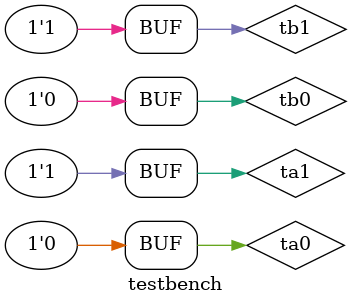
<source format=v>
`timescale 1ns / 100 ps

module testbench();

initial
begin
    $display("begin");

    $dumpfile("test.vcd");
    $dumpvars(0,testbench);
end

//not test
reg  ta0,ta1,tb0,tb1;

wire result0, result1;

thand thor_0(ta0, ta1, tb0, tb1, result0, result1);

initial
begin
	ta0 <= 0; // a = null
	ta1 <= 0; //
	tb0 <= 0; // b = null
	tb1 <= 0; //
	#100;
	ta0 <= 1; // a = 0
	ta1 <= 0; //
	tb0 <= 0; // b = null
	tb1 <= 0; //
	#100;
	ta0 <= 1; // a = 0
	ta1 <= 0; //
	tb0 <= 1; // b = 0
	tb1 <= 0; //
	#100;
	ta0 <= 0; // a = null
	ta1 <= 0; //
	tb0 <= 0; // b = null
	tb1 <= 0; //
	#100;
	ta0 <= 1; // a = 0
	ta1 <= 0; //
	tb0 <= 0; // b = null
	tb1 <= 0; //
	#100;
	ta0 <= 1; // a = 0
	ta1 <= 0; //
	tb0 <= 0; // b = 1
	tb1 <= 1; //
	#100;
	ta0 <= 0; // a = null
	ta1 <= 0; //
	tb0 <= 0; // b = null
	tb1 <= 0; //
	#100;
	ta0 <= 0; // a = 1
	ta1 <= 1; //
	tb0 <= 0; // b = null
	tb1 <= 0; //
	#100;
	ta0 <= 0; // a = 1
	ta1 <= 1; //
	tb0 <= 0; // b = 1
	tb1 <= 1; //
	#100;


	
end


endmodule

</source>
